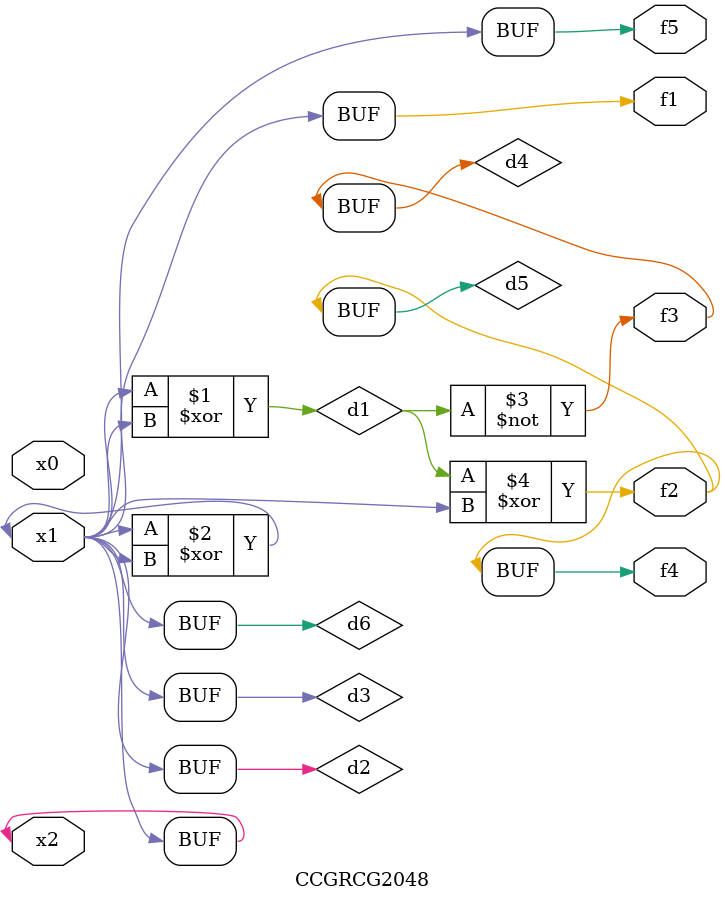
<source format=v>
module CCGRCG2048(
	input x0, x1, x2,
	output f1, f2, f3, f4, f5
);

	wire d1, d2, d3, d4, d5, d6;

	xor (d1, x1, x2);
	buf (d2, x1, x2);
	xor (d3, x1, x2);
	nor (d4, d1);
	xor (d5, d1, d2);
	buf (d6, d2, d3);
	assign f1 = d6;
	assign f2 = d5;
	assign f3 = d4;
	assign f4 = d5;
	assign f5 = d6;
endmodule

</source>
